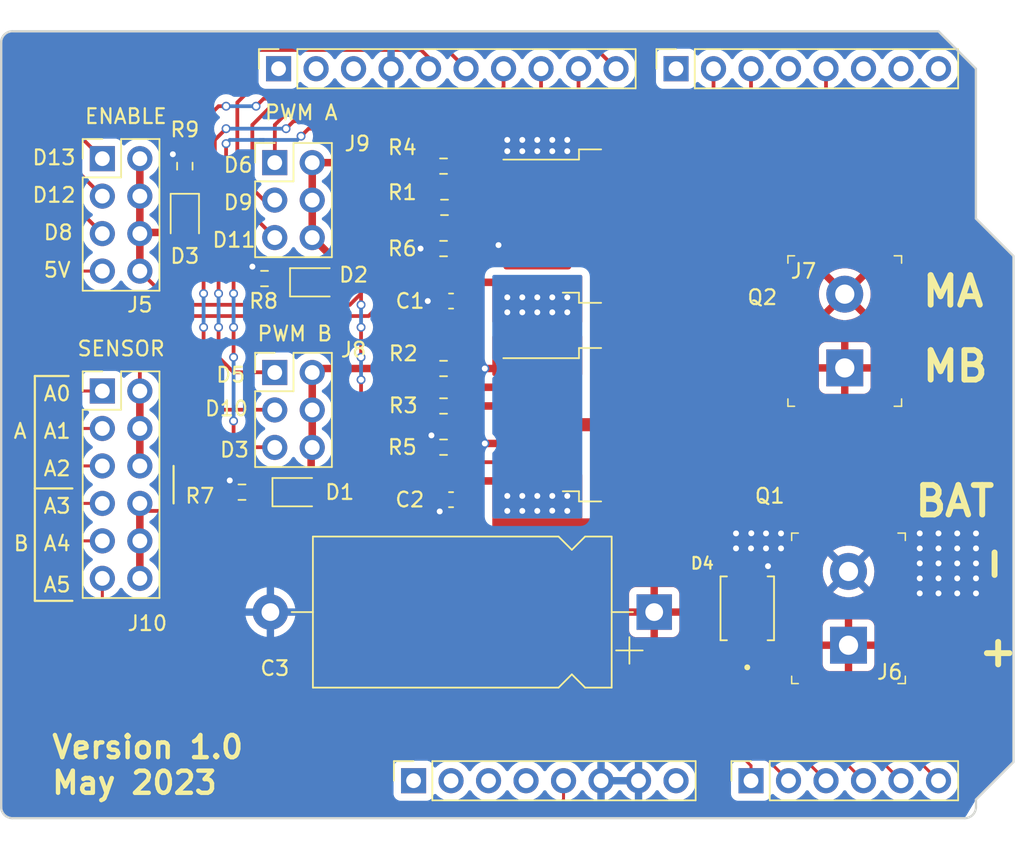
<source format=kicad_pcb>
(kicad_pcb (version 20221018) (generator pcbnew)
  (title_block (date "mar. 31 mars 2015"))
  (layers (0 "F.Cu" signal) (31 "B.Cu" signal) (34 "B.Paste" user) (35 "F.Paste" user) (36 "B.SilkS" user "B.Silkscreen") (37 "F.SilkS" user "F.Silkscreen") (38 "B.Mask" user) (39 "F.Mask" user) (44 "Edge.Cuts" user))
  (net 0 "")
  (net 1 "GND")
  (net 3 "+5V")
  (net 4 "Net-(D1-K)")
  (net 5 "/PWM-B")
  (net 6 "Net-(D2-K)")
  (net 7 "/PWM-A")
  (net 8 "Net-(D3-K)")
  (net 9 "ENABLE")
  (net 17 "D13")
  (net 18 "D12")
  (net 19 "PWM11")
  (net 20 "PWM10")
  (net 21 "PWM9")
  (net 22 "D8")
  (net 23 "A0")
  (net 24 "A1")
  (net 25 "A2")
  (net 26 "A3")
  (net 27 "VCC")
  (net 28 "A4")
  (net 29 "A5")
  (net 31 "PWM6")
  (net 32 "PWM5")
  (net 34 "PWM3")
  (net 38 "CURR-B")
  (net 39 "CURR-A")
  (net 40 "Net-(Q1-IN)")
  (net 41 "Net-(Q1-INH)")
  (net 42 "Net-(Q2-IN)")
  (net 43 "Net-(Q2-INH)")
  (net 44 "OUT_B")
  (net 45 "OUT_A")
  (footprint "Connector_PinSocket_2.54mm:PinSocket_1x08_P2.54mm_Vertical" (layer "F.Cu") (at 127.94 97.46 90)
    (fp_text reference "J1" hide)
    (fp_text value "Power")
  )
  (footprint "Connector_PinSocket_2.54mm:PinSocket_1x06_P2.54mm_Vertical" (layer "F.Cu") (at 150.8 97.46 90)
    (fp_text reference "J3" hide)
    (fp_text value "Analog")
  )
  (footprint "Connector_PinSocket_2.54mm:PinSocket_1x10_P2.54mm_Vertical" (layer "F.Cu") (at 118.796 49.2 90)
    (fp_text reference "J2" hide)
    (fp_text value "Digital/PWM")
  )
  (footprint "Connector_PinSocket_2.54mm:PinSocket_1x08_P2.54mm_Vertical" (layer "F.Cu") (at 145.72 49.2 90)
    (fp_text reference "J4" hide)
    (fp_text value "Digital/PWM")
  )
  (footprint "Resistor_SMD:R_0603_1608Metric" (layer "F.Cu") (at 129.972 55.804)
    (fp_text reference "R4")
    (fp_text value "10k")
  )
  (footprint "LED_SMD:LED_0805_2012Metric" (layer "F.Cu") (at 121.2575 63.678)
    (fp_text reference "D2")
    (fp_text value "LED")
  )
  (footprint "digikey-footprints:Term_Block_1x2_P5mm" (layer "F.Cu") (at 157.15 69.48 90)
    (fp_text reference "J7")
    (fp_text value "MegaMoto_Motor")
  )
  (footprint "Connector_PinHeader_2.54mm:PinHeader_2x03_P2.54mm_Vertical" (layer "F.Cu") (at 118.537 69.789)
    (fp_text reference "J8")
    (fp_text value "PWMB")
  )
  (footprint "Connector_PinHeader_2.54mm:PinHeader_2x04_P2.54mm_Vertical" (layer "F.Cu") (at 106.858 55.296)
    (fp_text reference "J5")
    (fp_text value "ENABLE")
  )
  (footprint "Resistor_SMD:R_0603_1608Metric" (layer "F.Cu") (at 117.843 63.424 180)
    (fp_text reference "R8")
    (fp_text value "634")
  )
  (footprint "Capacitor_SMD:C_0603_1608Metric" (layer "F.Cu") (at 130.48 64.948 180)
    (fp_text reference "C1")
    (fp_text value "1.0uF 25V")
  )
  (footprint "Resistor_SMD:R_0603_1608Metric" (layer "F.Cu") (at 112.446 55.804 90)
    (fp_text reference "R9")
    (fp_text value "634")
  )
  (footprint "Resistor_SMD:R_0603_1608Metric" (layer "F.Cu") (at 130.035 58.598)
    (fp_text reference "R1")
    (fp_text value "10k")
  )
  (footprint "Connector_PinHeader_2.54mm:PinHeader_2x06_P2.54mm_Vertical" (layer "F.Cu") (at 106.858 71.044)
    (fp_text reference "J10")
    (fp_text value "SENSOR")
  )
  (footprint "Diode_SMBJ30A:DIOM4336X265N" (layer "F.Cu") (at 150.546 85.776 90)
    (fp_text reference "D4")
    (fp_text value "SMBJ30A")
  )
  (footprint "Resistor_SMD:R_0603_1608Metric" (layer "F.Cu") (at 129.972 61.392 180)
    (fp_text reference "R6")
    (fp_text value "634")
  )
  (footprint "Capacitor_THT:CP_Axial_L20.0mm_D10.0mm_P26.00mm_Horizontal" (layer "F.Cu") (at 144.242 86.03 180)
    (fp_text reference "C3")
    (fp_text value "470uF 35V axial")
  )
  (footprint "Resistor_SMD:R_0603_1608Metric" (layer "F.Cu") (at 116.319 77.902 180)
    (fp_text reference "R7")
    (fp_text value "634")
  )
  (footprint "Capacitor_SMD:C_0603_1608Metric" (layer "F.Cu") (at 130.48 78.41 180)
    (fp_text reference "C2")
    (fp_text value "1.0uF 25V")
  )
  (footprint "Package_TO_SOT_SMD:TO-263-7_TabPin8" (layer "F.Cu") (at 143.972 73.33)
    (fp_text reference "Q1")
    (fp_text value "BTN8982TA")
  )
  (footprint "Connector_PinHeader_2.54mm:PinHeader_2x03_P2.54mm_Vertical" (layer "F.Cu") (at 118.537 55.565)
    (fp_text reference "J9")
    (fp_text value "PWMA")
  )
  (footprint "Resistor_SMD:R_0603_1608Metric" (layer "F.Cu") (at 129.972 74.854 180)
    (fp_text reference "R5")
    (fp_text value "634")
  )
  (footprint "LED_SMD:LED_0805_2012Metric" (layer "F.Cu") (at 112.446 59.36 -90)
    (fp_text reference "D3")
    (fp_text value "LED")
  )
  (footprint "Resistor_SMD:R_0603_1608Metric" (layer "F.Cu") (at 129.972 69.52)
    (fp_text reference "R2")
    (fp_text value "10k")
  )
  (footprint "Package_TO_SOT_SMD:TO-263-7_TabPin8" (layer "F.Cu") (at 143.972 59.868)
    (fp_text reference "Q2")
    (fp_text value "BTN8982TA")
  )
  (footprint "digikey-footprints:Term_Block_1x2_P5mm" (layer "F.Cu") (at 157.404 88.276 90)
    (fp_text reference "J6")
    (fp_text value "MegaMoto_PowerSupply")
  )
  (footprint "LED_SMD:LED_0805_2012Metric" (layer "F.Cu") (at 120.066 77.902)
    (fp_text reference "D1")
    (fp_text value "LED")
  )
  (footprint "Resistor_SMD:R_0603_1608Metric" (layer "F.Cu") (at 129.972 72.06)
    (fp_text reference "R3")
    (fp_text value "10k")
  )
  (gr_line (start 102.286 85.268) (end 104.826 85.268) (stroke (width 0.15)) (layer "F.SilkS"))
  (gr_line (start 102.286 70.028) (end 102.286 77.648) (stroke (width 0.15)) (layer "F.SilkS"))
  (gr_line (start 102.286 77.648) (end 102.286 85.268) (stroke (width 0.15)) (layer "F.SilkS"))
  (gr_line (start 104.572 70.028) (end 102.286 70.028) (stroke (width 0.15)) (layer "F.SilkS"))
  (gr_line (start 102.286 77.648) (end 104.826 77.648) (stroke (width 0.15)) (layer "F.SilkS"))
  (gr_line (start 111.684 76.124) (end 111.684 78.664) (stroke (width 0.15)) (layer "F.SilkS"))
  (gr_line (start 166.04 59.36) (end 168.58 61.9) (stroke (width 0.15)) (layer "Edge.Cuts"))
  (gr_line (start 100 99.238) (end 100 47.422) (stroke (width 0.15)) (layer "Edge.Cuts"))
  (gr_line (start 168.58 61.9) (end 168.58 96.19) (stroke (width 0.15)) (layer "Edge.Cuts"))
  (gr_line (start 165.278 100) (end 100.762 100) (stroke (width 0.15)) (layer "Edge.Cuts"))
  (gr_line (start 100.762 46.66) (end 163.5 46.66) (stroke (width 0.15)) (layer "Edge.Cuts"))
  (gr_arc (start 100.762 100) (mid 100.223185 99.776815) (end 100 99.238) (stroke (width 0.15)) (layer "Edge.Cuts"))
  (gr_line (start 168.58 96.19) (end 166.04 98.73) (stroke (width 0.15)) (layer "Edge.Cuts"))
  (gr_line (start 163.5 46.66) (end 166.04 49.2) (stroke (width 0.15)) (layer "Edge.Cuts"))
  (gr_arc (start 166.04 99.238) (mid 165.816815 99.776815) (end 165.278 100) (stroke (width 0.15)) (layer "Edge.Cuts"))
  (gr_line (start 166.04 49.2) (end 166.04 59.36) (stroke (width 0.15)) (layer "Edge.Cuts"))
  (gr_line (start 166.04 98.73) (end 166.04 99.238) (stroke (width 0.15)) (layer "Edge.Cuts"))
  (gr_arc (start 100 47.422) (mid 100.223185 46.883185) (end 100.762 46.66) (stroke (width 0.15)) (layer "Edge.Cuts"))
  (gr_text "MB" (at 162.23 70.536) (layer "F.SilkS") (effects (font (size 2 2) (thickness 0.4) bold) (justify left bottom)))
  (gr_text "B" (at 100.762 81.966) (layer "F.SilkS") (effects (font (size 1 1)) (justify left bottom)))
  (gr_text "A4" (at 102.794 81.966) (layer "F.SilkS") (effects (font (size 1 1)) (justify left bottom)))
  (gr_text "MA" (at 162.23 65.456) (layer "F.SilkS") (effects (font (size 2 2) (thickness 0.4) bold) (justify left bottom)))
  (gr_text "PWM A" (at 117.78 52.756) (layer "F.SilkS") (effects (font (size 1 1)) (justify left bottom)))
  (gr_text "5V" (at 102.794 63.424) (layer "F.SilkS") (effects (font (size 1 1)) (justify left bottom)))
  (gr_text "+" (at 166.04 89.84) (layer "F.SilkS") (effects (font (size 2 2) (thickness 0.4) bold) (justify left bottom)))
  (gr_text "D3" (at 114.732 75.616) (layer "F.SilkS") (effects (font (size 1 1)) (justify left bottom)))
  (gr_text "D5" (at 114.478 70.536) (layer "F.SilkS") (effects (font (size 1 1)) (justify left bottom)))
  (gr_text "A3" (at 102.794 79.426) (layer "F.SilkS") (effects (font (size 1 1)) (justify left bottom)))
  (gr_text "D13" (at 102.032 55.804) (layer "F.SilkS") (effects (font (size 1 1)) (justify left bottom)))
  (gr_text "D11" (at 114.224 61.392) (layer "F.SilkS") (effects (font (size 1 1)) (justify left bottom)))
  (gr_text "D6" (at 114.986 56.312) (layer "F.SilkS") (effects (font (size 1 1)) (justify left bottom)))
  (gr_text "SENSOR" (at 105.08 68.758) (layer "F.SilkS") (effects (font (size 1 1)) (justify left bottom)))
  (gr_text "D8" (at 102.794 60.884) (layer "F.SilkS") (effects (font (size 1 1)) (justify left bottom)))
  (gr_text "D9" (at 114.986 58.852) (layer "F.SilkS") (effects (font (size 1 1)) (justify left bottom)))
  (gr_text "A" (at 100.762 74.346) (layer "F.SilkS") (effects (font (size 1 1)) (justify left bottom)))
  (gr_text "A0" (at 102.794 71.806) (layer "F.SilkS") (effects (font (size 1 1)) (justify left bottom)))
  (gr_text "A5" (at 102.794 84.76) (layer "F.SilkS") (effects (font (size 1 1)) (justify left bottom)))
  (gr_text "PWM B" (at 117.272 67.742) (layer "F.SilkS") (effects (font (size 1 1)) (justify left bottom)))
  (gr_text "Version 1.0\nMay 2023" (at 103.302 98.476) (layer "F.SilkS") (effects (font (size 1.5 1.5) (thickness 0.3) bold) (justify left bottom)))
  (gr_text "BAT" (at 161.722 79.68) (layer "F.SilkS") (effects (font (size 2 2) (thickness 0.4) bold) (justify left bottom)))
  (gr_text "D10" (at 113.716 72.822) (layer "F.SilkS") (effects (font (size 1 1)) (justify left bottom)))
  (gr_text "ENABLE" (at 105.588 53.01) (layer "F.SilkS") (effects (font (size 1 1)) (justify left bottom)))
  (gr_text "A2" (at 102.794 76.886) (layer "F.SilkS") (effects (font (size 1 1)) (justify left bottom)))
  (gr_text "A1" (at 102.794 74.346) (layer "F.SilkS") (effects (font (size 1 1)) (justify left bottom)))
  (gr_text "-" (at 168.326 84.252 90) (layer "F.SilkS") (effects (font (size 2 2) (thickness 0.4) bold) (justify left bottom)))
  (gr_text "D12" (at 102.032 58.344) (layer "F.SilkS") (effects (font (size 1 1)) (justify left bottom)))
  (segment (start 129.150725 74.850275) (end 129.150725 74.052483) (width 0.508) (layer "F.Cu") (net 1))
  (segment (start 115.494 77.112152) (end 115.488713 77.106865) (width 0.508) (layer "F.Cu") (net 1))
  (segment (start 129.705 78.41) (end 129.705 79.201053) (width 0.508) (layer "F.Cu") (net 1))
  (segment (start 115.494 77.902) (end 115.494 77.112152) (width 0.508) (layer "F.Cu") (net 1))
  (segment (start 151.95081 82.917486) (end 151.239514 82.917486) (width 0.508) (layer "F.Cu") (net 1))
  (segment (start 129.146338 61.391338) (end 129.147 61.392) (width 0.508) (layer "F.Cu") (net 1))
  (segment (start 136.322 61.138) (end 133.711537 61.138) (width 0.508) (layer "F.Cu") (net 1))
  (segment (start 129.705 64.948) (end 128.905068 64.948) (width 0.508) (layer "F.Cu") (net 1))
  (segment (start 117.018 63.424) (end 117.018 62.617863) (width 0.508) (layer "F.Cu") (net 1))
  (segment (start 117.018 62.617863) (end 117.021951 62.613912) (width 0.508) (layer "F.Cu") (net 1))
  (segment (start 112.446 54.979) (end 111.651598 54.979) (width 0.508) (layer "F.Cu") (net 1))
  (segment (start 129.147 74.854) (end 129.150725 74.850275) (width 0.508) (layer "F.Cu") (net 1))
  (segment (start 111.651598 54.979) (end 111.634256 54.996342) (width 0.508) (layer "F.Cu") (net 1))
  (segment (start 129.705 79.201053) (end 129.711511 79.207564) (width 0.508) (layer "F.Cu") (net 1))
  (segment (start 136.322 69.52) (end 132.766 69.52) (width 0.508) (layer "F.Cu") (net 1))
  (segment (start 136.322 74.6) (end 132.766 74.6) (width 0.508) (layer "F.Cu") (net 1))
  (segment (start 128.905068 64.948) (end 128.903311 64.946243) (width 0.508) (layer "F.Cu") (net 1))
  (segment (start 128.413968 61.391338) (end 129.146338 61.391338) (width 0.508) (layer "F.Cu") (net 1))
  (segment (start 133.711537 61.138) (end 133.694636 61.154901) (width 0.508) (layer "F.Cu") (net 1))
  (segment (start 151.239514 82.917486) (end 150.546 83.611) (width 0.508) (layer "F.Cu") (net 1))
  (via (at 136.322 54.026) (size 0.6) (drill 0.4) (layers "F.Cu" "B.Cu") (net 1))
  (via (at 166.04 83.744) (size 0.6) (drill 0.4) (layers "F.Cu" "B.Cu") (net 1))
  (via (at 135.306 54.026) (size 0.6) (drill 0.4) (layers "F.Cu" "B.Cu") (net 1))
  (via (at 138.354 54.026) (size 0.6) (drill 0.4) (layers "F.Cu" "B.Cu") (net 1))
  (via (at 133.694636 61.154901) (size 0.6) (drill 0.4) (layers "F.Cu" "B.Cu") (net 1))
  (via (at 135.306 54.788) (size 0.6) (drill 0.4) (layers "F.Cu" "B.Cu") (net 1))
  (via (at 164.77 81.712) (size 0.6) (drill 0.4) (layers "F.Cu" "B.Cu") (net 1))
  (via (at 166.04 84.76) (size 0.6) (drill 0.4) (layers "F.Cu" "B.Cu") (net 1))
  (via (at 134.29 54.026) (size 0.6) (drill 0.4) (layers "F.Cu" "B.Cu") (net 1))
  (via (at 162.23 84.76) (size 0.6) (drill 0.4) (layers "F.Cu" "B.Cu") (net 1))
  (via (at 151.816 81.712) (size 0.6) (drill 0.4) (layers "F.Cu" "B.Cu") (net 1))
  (via (at 115.488713 77.106865) (size 0.6) (drill 0.4) (layers "F.Cu" "B.Cu") (net 1))
  (via (at 164.77 83.744) (size 0.6) (drill 0.4) (layers "F.Cu" "B.Cu") (net 1))
  (via (at 151.816 80.696) (size 0.6) (drill 0.4) (layers "F.Cu" "B.Cu") (net 1))
  (via (at 134.29 54.788) (size 0.6) (drill 0.4) (layers "F.Cu" "B.Cu") (net 1))
  (via (at 149.784 81.712) (size 0.6) (drill 0.4) (layers "F.Cu" "B.Cu") (net 1))
  (via (at 166.04 81.712) (size 0.6) (drill 0.4) (layers "F.Cu" "B.Cu") (net 1))
  (via (at 128.903311 64.946243) (size 0.6) (drill 0.4) (layers "F.Cu" "B.Cu") (net 1))
  (via (at 129.711511 79.207564) (size 0.6) (drill 0.4) (layers "F.Cu" "B.Cu") (net 1))
  (via (at 162.23 80.696) (size 0.6) (drill 0.4) (layers "F.Cu" "B.Cu") (net 1))
  (via (at 152.832 81.712) (size 0.6) (drill 0.4) (layers "F.Cu" "B.Cu") (net 1))
  (via (at 163.5 81.712) (size 0.6) (drill 0.4) (layers "F.Cu" "B.Cu") (net 1))
  (via (at 132.766 69.52) (size 0.6) (drill 0.4) (layers "F.Cu" "B.Cu") (net 1))
  (via (at 151.95081 82.917486) (size 0.6) (drill 0.4) (layers "F.Cu" "B.Cu") (net 1))
  (via (at 150.819465 80.687468) (size 0.6) (drill 0.4) (layers "F.Cu" "B.Cu") (net 1))
  (via (at 164.77 82.728) (size 0.6) (drill 0.4) (layers "F.Cu" "B.Cu") (net 1))
  (via (at 166.04 82.728) (size 0.6) (drill 0.4) (layers "F.Cu" "B.Cu") (net 1))
  (via (at 163.5 80.696) (size 0.6) (drill 0.4) (layers "F.Cu" "B.Cu") (net 1))
  (via (at 162.23 82.728) (size 0.6) (drill 0.4) (layers "F.Cu" "B.Cu") (net 1))
  (via (at 128.413968 61.391338) (size 0.6) (drill 0.4) (layers "F.Cu" "B.Cu") (net 1))
  (via (at 149.784 80.696) (size 0.6) (drill 0.4) (layers "F.Cu" "B.Cu") (net 1))
  (via (at 117.021951 62.613912) (size 0.6) (drill 0.4) (layers "F.Cu" "B.Cu") (net 1))
  (via (at 138.354 54.788) (size 0.6) (drill 0.4) (layers "F.Cu" "B.Cu") (net 1))
  (via (at 162.23 81.712) (size 0.6) (drill 0.4) (layers "F.Cu" "B.Cu") (net 1))
  (via (at 150.8 81.712) (size 0.6) (drill 0.4) (layers "F.Cu" "B.Cu") (net 1))
  (via (at 162.23 83.744) (size 0.6) (drill 0.4) (layers "F.Cu" "B.Cu") (net 1))
  (via (at 163.5 82.728) (size 0.6) (drill 0.4) (layers "F.Cu" "B.Cu") (net 1))
  (via (at 111.634256 54.996342) (size 0.6) (drill 0.4) (layers "F.Cu" "B.Cu") (net 1))
  (via (at 132.766 74.6) (size 0.6) (drill 0.4) (layers "F.Cu" "B.Cu") (net 1))
  (via (at 163.5 83.744) (size 0.6) (drill 0.4) (layers "F.Cu" "B.Cu") (net 1))
  (via (at 166.04 80.696) (size 0.6) (drill 0.4) (layers "F.Cu" "B.Cu") (net 1))
  (via (at 136.322 54.788) (size 0.6) (drill 0.4) (layers "F.Cu" "B.Cu") (net 1))
  (via (at 137.338 54.788) (size 0.6) (drill 0.4) (layers "F.Cu" "B.Cu") (net 1))
  (via (at 164.77 80.696) (size 0.6) (drill 0.4) (layers "F.Cu" "B.Cu") (net 1))
  (via (at 137.338 54.026) (size 0.6) (drill 0.4) (layers "F.Cu" "B.Cu") (net 1))
  (via (at 164.77 84.76) (size 0.6) (drill 0.4) (layers "F.Cu" "B.Cu") (net 1))
  (via (at 152.832 80.696) (size 0.6) (drill 0.4) (layers "F.Cu" "B.Cu") (net 1))
  (via (at 129.150725 74.052483) (size 0.6) (drill 0.4) (layers "F.Cu" "B.Cu") (net 1))
  (via (at 163.5 84.76) (size 0.6) (drill 0.4) (layers "F.Cu" "B.Cu") (net 1))
  (segment (start 101.27 64.694) (end 103.048 62.916) (width 0.2032) (layer "F.Cu") (net 3))
  (segment (start 103.048 62.916) (end 106.858 62.916) (width 0.2032) (layer "F.Cu") (net 3))
  (segment (start 137.592 99.238) (end 102.54 99.238) (width 0.2032) (layer "F.Cu") (net 3))
  (segment (start 102.54 99.238) (end 101.27 97.968) (width 0.2032) (layer "F.Cu") (net 3))
  (segment (start 101.27 97.968) (end 101.27 64.694) (width 0.2032) (layer "F.Cu") (net 3))
  (segment (start 138.1 97.46) (end 138.1 98.73) (width 0.2032) (layer "F.Cu") (net 3))
  (segment (start 138.1 98.73) (end 137.592 99.238) (width 0.2032) (layer "F.Cu") (net 3))
  (segment (start 119.1285 77.902) (end 117.144 77.902) (width 0.508) (layer "F.Cu") (net 4))
  (segment (start 121.346 69.52) (end 121.077 69.789) (width 0.508) (layer "F.Cu") (net 5))
  (segment (start 121.077 74.869) (end 121.077 72.329) (width 0.508) (layer "F.Cu") (net 5))
  (segment (start 121.077 69.789) (end 121.077 72.329) (width 0.508) (layer "F.Cu") (net 5))
  (segment (start 121.0035 74.9425) (end 121.077 74.869) (width 0.508) (layer "F.Cu") (net 5))
  (segment (start 121.0035 77.902) (end 121.0035 74.9425) (width 0.508) (layer "F.Cu") (net 5))
  (segment (start 129.147 69.52) (end 121.346 69.52) (width 0.508) (layer "F.Cu") (net 5))
  (segment (start 120.066 63.424) (end 120.32 63.678) (width 0.508) (layer "F.Cu") (net 6))
  (segment (start 118.668 63.424) (end 120.066 63.424) (width 0.508) (layer "F.Cu") (net 6))
  (segment (start 121.097 60.645) (end 122.195 61.743) (width 0.508) (layer "F.Cu") (net 7))
  (segment (start 120.828 60.894) (end 121.077 60.645) (width 0.508) (layer "F.Cu") (net 7))
  (segment (start 121.077 55.565) (end 121.077 58.105) (width 0.508) (layer "F.Cu") (net 7))
  (segment (start 121.077 60.645) (end 121.097 60.645) (width 0.508) (layer "F.Cu") (net 7))
  (segment (start 121.077 55.565) (end 128.908 55.565) (width 0.508) (layer "F.Cu") (net 7))
  (segment (start 121.077 60.645) (end 121.077 58.105) (width 0.508) (layer "F.Cu") (net 7))
  (segment (start 128.908 55.565) (end 129.147 55.804) (width 0.508) (layer "F.Cu") (net 7))
  (segment (start 122.195 61.743) (end 122.195 63.678) (width 0.508) (layer "F.Cu") (net 7))
  (segment (start 112.446 58.4225) (end 112.446 56.629) (width 0.508) (layer "F.Cu") (net 8))
  (segment (start 125.146 72.06) (end 124.384 71.298) (width 0.254) (layer "F.Cu") (net 9))
  (segment (start 123.622 65.202) (end 124.384 64.44) (width 0.254) (layer "F.Cu") (net 9))
  (segment (start 124.384 65.202) (end 124.384 64.44) (width 0.254) (layer "F.Cu") (net 9))
  (segment (start 109.398 62.916) (end 109.398 60.376) (width 0.508) (layer "F.Cu") (net 9))
  (segment (start 124.384 60.63) (end 126.416 58.598) (width 0.254) (layer "F.Cu") (net 9))
  (segment (start 129.147 72.06) (end 125.146 72.06) (width 0.254) (layer "F.Cu") (net 9))
  (segment (start 112.446 60.2975) (end 109.4765 60.2975) (width 0.508) (layer "F.Cu") (net 9))
  (segment (start 109.4765 60.2975) (end 109.398 60.376) (width 0.508) (layer "F.Cu") (net 9))
  (segment (start 126.416 58.598) (end 129.21 58.598) (width 0.254) (layer "F.Cu") (net 9))
  (segment (start 124.384 68.758) (end 124.384 66.726) (width 0.254) (layer "F.Cu") (net 9))
  (segment (start 109.398 62.916) (end 111.684 65.202) (width 0.254) (layer "F.Cu") (net 9))
  (segment (start 111.684 65.202) (end 123.622 65.202) (width 0.254) (layer "F.Cu") (net 9))
  (segment (start 124.384 71.298) (end 124.384 70.282) (width 0.254) (layer "F.Cu") (net 9))
  (segment (start 124.384 64.44) (end 124.384 60.63) (width 0.254) (layer "F.Cu") (net 9))
  (segment (start 109.398 55.296) (end 109.398 57.836) (width 0.508) (layer "F.Cu") (net 9))
  (segment (start 109.398 60.376) (end 109.398 57.836) (width 0.508) (layer "F.Cu") (net 9))
  (via (at 124.384 70.282) (size 0.6) (drill 0.4) (layers "F.Cu" "B.Cu") (net 9))
  (via (at 124.384 66.726) (size 0.6) (drill 0.4) (layers "F.Cu" "B.Cu") (net 9))
  (via (at 124.384 65.202) (size 0.6) (drill 0.4) (layers "F.Cu" "B.Cu") (net 9))
  (via (at 124.384 68.758) (size 0.6) (drill 0.4) (layers "F.Cu" "B.Cu") (net 9))
  (segment (start 124.384 66.726) (end 124.384 65.202) (width 0.254) (layer "B.Cu") (net 9))
  (segment (start 124.384 70.282) (end 124.384 68.758) (width 0.254) (layer "B.Cu") (net 9))
  (segment (start 104.572 53.01) (end 106.858 55.296) (width 0.254) (layer "F.Cu") (net 17))
  (segment (start 106.858 47.93) (end 104.572 50.216) (width 0.254) (layer "F.Cu") (net 17))
  (segment (start 128.956 49.2) (end 128.956 48.438) (width 0.254) (layer "F.Cu") (net 17))
  (segment (start 128.448 47.93) (end 106.858 47.93) (width 0.254) (layer "F.Cu") (net 17))
  (segment (start 104.572 50.216) (end 104.572 53.01) (width 0.254) (layer "F.Cu") (net 17))
  (segment (start 128.956 48.438) (end 128.448 47.93) (width 0.254) (layer "F.Cu") (net 17))
  (segment (start 103.81 49.708) (end 103.81 54.788) (width 0.254) (layer "F.Cu") (net 18))
  (segment (start 129.718 47.422) (end 106.096 47.422) (width 0.254) (layer "F.Cu") (net 18))
  (segment (start 131.496 49.2) (end 129.718 47.422) (width 0.254) (layer "F.Cu") (net 18))
  (segment (start 106.096 47.422) (end 103.81 49.708) (width 0.254) (layer "F.Cu") (net 18))
  (segment (start 103.81 54.788) (end 106.858 57.836) (width 0.254) (layer "F.Cu") (net 18))
  (segment (start 133.782 50.724) (end 116.764 50.724) (width 0.254) (layer "F.Cu") (net 19))
  (segment (start 116.002 51.486) (end 116.002 58.11) (width 0.254) (layer "F.Cu") (net 19))
  (segment (start 134.036 50.47) (end 133.782 50.724) (width 0.254) (layer "F.Cu") (net 19))
  (segment (start 116.002 58.11) (end 118.537 60.645) (width 0.254) (layer "F.Cu") (net 19))
  (segment (start 116.764 50.724) (end 116.002 51.486) (width 0.254) (layer "F.Cu") (net 19))
  (segment (start 134.036 49.2) (end 134.036 50.47) (width 0.254) (layer "F.Cu") (net 19))
  (segment (start 113.716 66.726) (end 113.716 71.806) (width 0.254) (layer "F.Cu") (net 20))
  (segment (start 128.194 51.232) (end 117.78 51.232) (width 0.254) (layer "F.Cu") (net 20))
  (segment (start 113.716 52.756) (end 114.732 51.74) (width 0.254) (layer "F.Cu") (net 20))
  (segment (start 114.732 51.74) (end 115.24 51.74) (width 0.254) (layer "F.Cu") (net 20))
  (segment (start 136.576 49.2) (end 136.576 50.724) (width 0.254) (layer "F.Cu") (net 20))
  (segment (start 114.224 72.314) (end 118.522 72.314) (width 0.254) (layer "F.Cu") (net 20))
  (segment (start 113.716 64.44) (end 113.716 52.756) (width 0.254) (layer "F.Cu") (net 20))
  (segment (start 117.78 51.232) (end 117.272 51.74) (width 0.254) (layer "F.Cu") (net 20))
  (segment (start 136.576 50.724) (end 136.068 51.232) (width 0.254) (layer "F.Cu") (net 20))
  (segment (start 136.068 51.232) (end 128.194 51.232) (width 0.254) (layer "F.Cu") (net 20))
  (segment (start 113.716 71.806) (end 114.224 72.314) (width 0.254) (layer "F.Cu") (net 20))
  (segment (start 118.522 72.314) (end 118.537 72.329) (width 0.254) (layer "F.Cu") (net 20))
  (via (at 115.24 51.74) (size 0.6) (drill 0.4) (layers "F.Cu" "B.Cu") (net 20))
  (via (at 117.272 51.74) (size 0.6) (drill 0.4) (layers "F.Cu" "B.Cu") (net 20))
  (via (at 113.716 64.44) (size 0.6) (drill 0.4) (layers "F.Cu" "B.Cu") (net 20))
  (via (at 113.716 66.726) (size 0.6) (drill 0.4) (layers "F.Cu" "B.Cu") (net 20))
  (segment (start 117.272 51.74) (end 115.24 51.74) (width 0.254) (layer "B.Cu") (net 20))
  (segment (start 113.716 64.44) (end 113.716 66.726) (width 0.254) (layer "B.Cu") (net 20))
  (segment (start 117.795 58.105) (end 118.537 58.105) (width 0.254) (layer "F.Cu") (net 21))
  (segment (start 138.862 51.74) (end 118.288 51.74) (width 0.254) (layer "F.Cu") (net 21))
  (segment (start 117.018 53.01) (end 117.018 57.328) (width 0.254) (layer "F.Cu") (net 21))
  (segment (start 139.116 49.2) (end 139.116 51.486) (width 0.254) (layer "F.Cu") (net 21))
  (segment (start 139.116 51.486) (end 138.862 51.74) (width 0.254) (layer "F.Cu") (net 21))
  (segment (start 117.018 57.328) (end 117.795 58.105) (width 0.254) (layer "F.Cu") (net 21))
  (segment (start 118.288 51.74) (end 117.018 53.01) (width 0.254) (layer "F.Cu") (net 21))
  (segment (start 102.54 49.708) (end 102.54 56.058) (width 0.254) (layer "F.Cu") (net 22))
  (segment (start 141.656 49.2) (end 139.37 46.914) (width 0.254) (layer "F.Cu") (net 22))
  (segment (start 139.37 46.914) (end 105.334 46.914) (width 0.254) (layer "F.Cu") (net 22))
  (segment (start 102.54 56.058) (end 106.858 60.376) (width 0.254) (layer "F.Cu") (net 22))
  (segment (start 105.334 46.914) (end 102.54 49.708) (width 0.254) (layer "F.Cu") (net 22))
  (segment (start 150.8 97.46) (end 150.8 96.444) (width 0.2032) (layer "F.Cu") (net 23))
  (segment (start 106.858 71.044) (end 102.794 71.044) (width 0.2032) (layer "F.Cu") (net 23))
  (segment (start 102.032 93.396) (end 103.81 95.174) (width 0.2032) (layer "F.Cu") (net 23))
  (segment (start 149.53 95.174) (end 103.81 95.174) (width 0.2032) (layer "F.Cu") (net 23))
  (segment (start 102.794 71.044) (end 102.032 71.806) (width 0.2032) (layer "F.Cu") (net 23))
  (segment (start 150.8 96.444) (end 149.53 95.174) (width 0.2032) (layer "F.Cu") (net 23))
  (segment (start 102.032 71.806) (end 102.032 93.396) (width 0.2032) (layer "F.Cu") (net 23))
  (segment (start 103.302 73.584) (end 102.54 74.346) (width 0.2032) (layer "F.Cu") (net 24))
  (segment (start 104.572 94.666) (end 150.546 94.666) (width 0.2032) (layer "F.Cu") (net 24))
  (segment (start 102.54 92.634) (end 104.572 94.666) (width 0.2032) (layer "F.Cu") (net 24))
  (segment (start 150.546 94.666) (end 153.34 97.46) (width 0.2032) (layer "F.Cu") (net 24))
  (segment (start 102.54 74.346) (end 102.54 92.634) (width 0.2032) (layer "F.Cu") (net 24))
  (segment (start 106.858 73.584) (end 103.302 73.584) (width 0.2032) (layer "F.Cu") (net 24))
  (segment (start 106.858 76.124) (end 103.556 76.124) (width 0.2032) (layer "F.Cu") (net 25))
  (segment (start 155.88 97.46) (end 152.578 94.158) (width 0.2032) (layer "F.Cu") (net 25))
  (segment (start 152.578 94.158) (end 105.08 94.158) (width 0.2032) (layer "F.Cu") (net 25))
  (segment (start 103.556 76.124) (end 103.048 76.632) (width 0.2032) (layer "F.Cu") (net 25))
  (segment (start 103.048 92.126) (end 105.08 94.158) (width 0.2032) (layer "F.Cu") (net 25))
  (segment (start 103.048 76.632) (end 103.048 92.126) (width 0.2032) (layer "F.Cu") (net 25))
  (segment (start 104.064 78.664) (end 103.556 79.172) (width 0.2032) (layer "F.Cu") (net 26))
  (segment (start 154.61 93.65) (end 158.42 97.46) (width 0.2032) (layer "F.Cu") (net 26))
  (segment (start 105.334 93.65) (end 154.61 93.65) (width 0.2032) (layer "F.Cu") (net 26))
  (segment (start 103.556 79.172) (end 103.556 91.872) (width 0.2032) (layer "F.Cu") (net 26))
  (segment (start 106.858 78.664) (end 104.064 78.664) (width 0.2032) (layer "F.Cu") (net 26))
  (segment (start 103.556 91.872) (end 105.334 93.65) (width 0.2032) (layer "F.Cu") (net 26))
  (segment (start 132.525 63.678) (end 131.255 64.948) (width 0.508) (layer "F.Cu") (net 27))
  (segment (start 135.306 77.14) (end 132.525 77.14) (width 0.508) (layer "F.Cu") (net 27))
  (segment (start 136.322 63.678) (end 132.525 63.678) (width 0.508) (layer "F.Cu") (net 27))
  (segment (start 136.322 77.14) (end 135.306 77.14) (width 0.508) (layer "F.Cu") (net 27))
  (segment (start 132.525 77.14) (end 131.255 78.41) (width 0.508) (layer "F.Cu") (net 27))
  (via (at 135.306 65.71) (size 0.6) (drill 0.4) (layers "F.Cu" "B.Cu") (net 27))
  (via (at 136.322 65.71) (size 0.6) (drill 0.4) (layers "F.Cu" "B.Cu") (net 27))
  (via (at 138.354 65.71) (size 0.6) (drill 0.4) (layers "F.Cu" "B.Cu") (net 27))
  (via (at 137.338 64.694) (size 0.6) (drill 0.4) (layers "F.Cu" "B.Cu") (net 27))
  (via (at 134.29 64.694) (size 0.6) (drill 0.4) (layers "F.Cu" "B.Cu") (net 27))
  (via (at 138.354 64.694) (size 0.6) (drill 0.4) (layers "F.Cu" "B.Cu") (net 27))
  (via (at 138.354 78.156) (size 0.6) (drill 0.4) (layers "F.Cu" "B.Cu") (net 27))
  (via (at 135.306 78.156) (size 0.6) (drill 0.4) (layers "F.Cu" "B.Cu") (net 27))
  (via (at 134.29 79.172) (size 0.6) (drill 0.4) (layers "F.Cu" "B.Cu") (net 27))
  (via (at 135.306 79.172) (size 0.6) (drill 0.4) (layers "F.Cu" "B.Cu") (net 27))
  (via (at 138.354 79.172) (size 0.6) (drill 0.4) (layers "F.Cu" "B.Cu") (net 27))
  (via (at 137.334395 79.156861) (size 0.6) (drill 0.4) (layers "F.Cu" "B.Cu") (net 27))
  (via (at 134.29 78.156) (size 0.6) (drill 0.4) (layers "F.Cu" "B.Cu") (net 27))
  (via (at 136.322 79.172) (size 0.6) (drill 0.4) (layers "F.Cu" "B.Cu") (net 27))
  (via (at 137.338 78.156) (size 0.6) (drill 0.4) (layers "F.Cu" "B.Cu") (net 27))
  (via (at 134.29 65.71) (size 0.6) (drill 0.4) (layers "F.Cu" "B.Cu") (net 27))
  (via (at 135.306 64.694) (size 0.6) (drill 0.4) (layers "F.Cu" "B.Cu") (net 27))
  (via (at 137.338 65.71) (size 0.6) (drill 0.4) (layers "F.Cu" "B.Cu") (net 27))
  (via (at 136.322 64.694) (size 0.6) (drill 0.4) (layers "F.Cu" "B.Cu") (net 27))
  (via (at 136.322 78.156) (size 0.6) (drill 0.4) (layers "F.Cu" "B.Cu") (net 27))
  (segment (start 106.858 81.204) (end 104.826 81.204) (width 0.2032) (layer "F.Cu") (net 28))
  (segment (start 160.96 97.46) (end 156.642 93.142) (width 0.2032) (layer "F.Cu") (net 28))
  (segment (start 104.064 81.966) (end 104.064 91.364) (width 0.2032) (layer "F.Cu") (net 28))
  (segment (start 104.064 91.364) (end 105.842 93.142) (width 0.2032) (layer "F.Cu") (net 28))
  (segment (start 156.642 93.142) (end 105.842 93.142) (width 0.2032) (layer "F.Cu") (net 28))
  (segment (start 104.826 81.204) (end 104.064 81.966) (width 0.2032) (layer "F.Cu") (net 28))
  (segment (start 163.5 97.46) (end 158.674 92.634) (width 0.2032) (layer "F.Cu") (net 29))
  (segment (start 158.674 92.634) (end 108.128 92.634) (width 0.2032) (layer "F.Cu") (net 29))
  (segment (start 106.858 91.364) (end 108.128 92.634) (width 0.2032) (layer "F.Cu") (net 29))
  (segment (start 106.858 83.744) (end 106.858 91.364) (width 0.2032) (layer "F.Cu") (net 29))
  (segment (start 118.542 53.01) (end 118.542 55.56) (width 0.254) (layer "F.Cu") (net 31))
  (segment (start 118.542 55.56) (end 118.537 55.565) (width 0.254) (layer "F.Cu") (net 31))
  (segment (start 147.498 52.248) (end 119.304 52.248) (width 0.254) (layer "F.Cu") (net 31))
  (segment (start 148.26 51.486) (end 147.498 52.248) (width 0.254) (layer "F.Cu") (net 31))
  (segment (start 148.26 49.2) (end 148.26 51.486) (width 0.254) (layer "F.Cu") (net 31))
  (segment (start 119.304 52.248) (end 118.542 53.01) (width 0.254) (layer "F.Cu") (net 31))
  (segment (start 114.732 64.44) (end 114.732 63.424) (width 0.254) (layer "F.Cu") (net 32))
  (segment (start 114.732 63.424) (end 114.478 63.17) (width 0.254) (layer "F.Cu") (net 32))
  (segment (start 114.478 63.17) (end 114.478 54.026) (width 0.254) (layer "F.Cu") (net 32))
  (segment (start 119.812 52.756) (end 119.304 53.264) (width 0.254) (layer "F.Cu") (net 32))
  (segment (start 150.038 52.756) (end 128.194 52.756) (width 0.254) (layer "F.Cu") (net 32))
  (segment (start 115.748 69.774) (end 118.522 69.774) (width 0.254) (layer "F.Cu") (net 32))
  (segment (start 150.8 49.2) (end 150.8 51.994) (width 0.254) (layer "F.Cu") (net 32))
  (segment (start 150.8 51.994) (end 150.038 52.756) (width 0.254) (layer "F.Cu") (net 32))
  (segment (start 114.478 54.026) (end 115.24 53.264) (width 0.254) (layer "F.Cu") (net 32))
  (segment (start 114.732 66.726) (end 114.732 68.758) (width 0.254) (layer "F.Cu") (net 32))
  (segment (start 128.194 52.756) (end 119.812 52.756) (width 0.254) (layer "F.Cu") (net 32))
  (segment (start 114.732 68.758) (end 115.748 69.774) (width 0.254) (layer "F.Cu") (net 32))
  (segment (start 118.522 69.774) (end 118.537 69.789) (width 0.254) (layer "F.Cu") (net 32))
  (via (at 114.732 66.726) (size 0.6) (drill 0.4) (layers "F.Cu" "B.Cu") (net 32))
  (via (at 115.24 53.264) (size 0.6) (drill 0.4) (layers "F.Cu" "B.Cu") (net 32))
  (via (at 119.304 53.264) (size 0.6) (drill 0.4) (layers "F.Cu" "B.Cu") (net 32))
  (via (at 114.732 64.44) (size 0.6) (drill 0.4) (layers "F.Cu" "B.Cu") (net 32))
  (segment (start 119.304 53.264) (end 115.24 53.264) (width 0.254) (layer "B.Cu") (net 32))
  (segment (start 114.732 64.44) (end 114.732 66.726) (width 0.254) (layer "B.Cu") (net 32))
  (segment (start 155.88 49.2) (end 155.88 52.502) (width 0.254) (layer "F.Cu") (net 34))
  (segment (start 115.24 62.916) (end 115.748 63.424) (width 0.254) (layer "F.Cu") (net 34))
  (segment (start 116.256 74.854) (end 118.522 74.854) (width 0.254) (layer "F.Cu") (net 34))
  (segment (start 155.118 53.264) (end 128.194 53.264) (width 0.254) (layer "F.Cu") (net 34))
  (segment (start 115.748 67.488) (end 115.748 68.758) (width 0.254) (layer "F.Cu") (net 34))
  (segment (start 155.88 52.502) (end 155.118 53.264) (width 0.254) (layer "F.Cu") (net 34))
  (segment (start 115.24 54.28) (end 115.24 62.916) (width 0.254) (layer "F.Cu") (net 34))
  (segment (start 120.828 53.264) (end 120.32 53.772) (width 0.254) (layer "F.Cu") (net 34))
  (segment (start 115.748 74.346) (end 116.256 74.854) (width 0.254) (layer "F.Cu") (net 34))
  (segment (start 128.194 53.264) (end 120.828 53.264) (width 0.254) (layer "F.Cu") (net 34))
  (segment (start 115.748 73.076) (end 115.748 74.346) (width 0.254) (layer "F.Cu") (net 34))
  (segment (start 115.748 63.424) (end 115.748 64.44) (width 0.254) (layer "F.Cu") (net 34))
  (segment (start 118.522 74.854) (end 118.537 74.869) (width 0.254) (layer "F.Cu") (net 34))
  (segment (start 115.748 66.726) (end 115.748 67.488) (width 0.254) (layer "F.Cu") (net 34))
  (via (at 115.748 66.726) (size 0.6) (drill 0.4) (layers "F.Cu" "B.Cu") (net 34))
  (via (at 115.24 54.28) (size 0.6) (drill 0.4) (layers "F.Cu" "B.Cu") (net 34))
  (via (at 115.748 64.44) (size 0.6) (drill 0.4) (layers "F.Cu" "B.Cu") (net 34))
  (via (at 115.748 68.758) (size 0.6) (drill 0.4) (layers "F.Cu" "B.Cu") (net 34))
  (via (at 115.748 73.076) (size 0.6) (drill 0.4) (layers "F.Cu" "B.Cu") (net 34))
  (via (at 120.32 53.772) (size 0.6) (drill 0.4) (layers "F.Cu" "B.Cu") (net 34))
  (segment (start 120.066 54.026) (end 117.78 54.026) (width 0.254) (layer "B.Cu") (net 34))
  (segment (start 115.748 64.44) (end 115.748 66.726) (width 0.254) (layer "B.Cu") (net 34))
  (segment (start 117.78 54.026) (end 117.526 54.026) (width 0.254) (layer "B.Cu") (net 34))
  (segment (start 117.78 54.026) (end 115.494 54.026) (width 0.254) (layer "B.Cu") (net 34))
  (segment (start 120.32 53.772) (end 120.066 54.026) (width 0.254) (layer "B.Cu") (net 34))
  (segment (start 115.494 54.026) (end 115.24 54.28) (width 0.254) (layer "B.Cu") (net 34))
  (segment (start 115.748 68.758) (end 115.748 73.076) (width 0.254) (layer "B.Cu") (net 34))
  (segment (start 124.892 65.964) (end 128.448 62.408) (width 0.254) (layer "F.Cu") (net 38))
  (segment (start 130.797 61.709) (end 131.496 62.408) (width 0.254) (layer "F.Cu") (net 38))
  (segment (start 130.797 61.392) (end 130.797 61.709) (width 0.254) (layer "F.Cu") (net 38))
  (segment (start 109.398 71.044) (end 109.398 69.266) (width 0.254) (layer "F.Cu") (net 38))
  (segment (start 109.398 76.124) (end 109.398 73.584) (width 0.508) (layer "F.Cu") (net 38))
  (segment (start 128.448 62.408) (end 131.496 62.408) (width 0.254) (layer "F.Cu") (net 38))
  (segment (start 112.7 65.964) (end 124.892 65.964) (width 0.254) (layer "F.Cu") (net 38))
  (segment (start 109.398 71.044) (end 109.398 73.584) (width 0.508) (layer "F.Cu") (net 38))
  (segment (start 131.496 62.408) (end 136.322 62.408) (width 0.254) (layer "F.Cu") (net 38))
  (segment (start 109.398 69.266) (end 112.7 65.964) (width 0.254) (layer "F.Cu") (net 38))
  (segment (start 123.876 79.172) (end 109.906 79.172) (width 0.254) (layer "F.Cu") (net 39))
  (segment (start 136.322 75.87) (end 131.242 75.87) (width 0.254) (layer "F.Cu") (net 39))
  (segment (start 109.398 78.664) (end 109.398 81.204) (width 0.508) (layer "F.Cu") (net 39))
  (segment (start 109.398 83.744) (end 109.398 81.204) (width 0.508) (layer "F.Cu") (net 39))
  (segment (start 130.797 74.854) (end 130.797 75.425) (width 0.254) (layer "F.Cu") (net 39))
  (segment (start 131.242 75.87) (end 127.178 75.87) (width 0.254) (layer "F.Cu") (net 39))
  (segment (start 127.178 75.87) (end 123.876 79.172) (width 0.254) (layer "F.Cu") (net 39))
  (segment (start 109.906 79.172) (end 109.398 78.664) (width 0.254) (layer "F.Cu") (net 39))
  (segment (start 130.797 75.425) (end 131.242 75.87) (width 0.254) (layer "F.Cu") (net 39))
  (segment (start 132.067 70.79) (end 130.797 69.52) (width 0.508) (layer "F.Cu") (net 40))
  (segment (start 136.322 70.79) (end 132.067 70.79) (width 0.508) (layer "F.Cu") (net 40))
  (segment (start 136.322 72.06) (end 130.797 72.06) (width 0.508) (layer "F.Cu") (net 41))
  (segment (start 132.321 57.328) (end 130.797 55.804) (width 0.508) (layer "F.Cu") (net 42))
  (segment (start 136.322 57.328) (end 132.321 57.328) (width 0.508) (layer "F.Cu") (net 42))
  (segment (start 136.322 58.598) (end 130.86 58.598) (width 0.508) (layer "F.Cu") (net 43))
  (segment (start 136.322 73.33) (end 145.472 73.33) (width 0.889) (layer "F.Cu") (net 44))
  (segment (start 136.322 59.868) (end 145.472 59.868) (width 0.889) (layer "F.Cu") (net 45))
  (zone (net 45) (net_name "OUT_A") (layer "F.Cu") (priority 1) (connect_pads (clearance 0.508)) (min_thickness 0.25) (fill yes (thermal_gap 0.5) (thermal_bridge_width 0.5))
    (polygon (pts (xy 140.64 66.472) (xy 161.722 66.472) (xy 161.722 54.28) (xy 140.64 54.28)))
  )
  (zone (net 27) (net_name "VCC") (layer "F.Cu") (priority 3) (connect_pads (clearance 0.508)) (min_thickness 0.25) (fill yes (thermal_gap 0.5) (thermal_bridge_width 0.5))
    (polygon (pts (xy 147.498 85.776) (xy 142.672 79.68) (xy 133.274 79.68) (xy 133.274 91.872) (xy 167.31 91.872) (xy 167.31 85.776)))
  )
  (zone (net 1) (net_name "GND") (layer "F.Cu") (priority 8) (connect_pads (clearance 0.508)) (min_thickness 0.25) (fill yes (thermal_gap 0.5) (thermal_bridge_width 0.5))
    (polygon (pts (xy 139.37 56.566) (xy 133.274 56.566) (xy 133.274 53.518) (xy 139.37 53.518)))
  )
  (zone (net 27) (net_name "VCC") (layer "F.Cu") (priority 6) (connect_pads (clearance 0.508)) (min_thickness 0.25) (fill yes (thermal_gap 0.5) (thermal_bridge_width 0.5))
    (polygon (pts (xy 139.37 76.632) (xy 133.274 76.632) (xy 133.274 79.68) (xy 139.37 79.68)))
  )
  (zone (net 27) (net_name "VCC") (layer "F.Cu") (priority 5) (connect_pads (clearance 0.508)) (min_thickness 0.25) (fill yes (thermal_gap 0.5) (thermal_bridge_width 0.5))
    (polygon (pts (xy 139.37 63.17) (xy 133.274 63.17) (xy 133.274 66.472) (xy 139.37 66.472)))
  )
  (zone (net 1) (net_name "GND") (layer "F.Cu") (priority 7) (connect_pads (clearance 0.508)) (min_thickness 0.25) (fill yes (thermal_gap 0.5) (thermal_bridge_width 0.5))
    (polygon (pts (xy 139.37 70.028) (xy 133.274 70.028) (xy 133.274 67.234) (xy 139.37 67.234)))
  )
  (zone (net 1) (net_name "GND") (layer "F.Cu") (priority 4) (connect_pads (clearance 0.508)) (min_thickness 0.25) (fill yes (thermal_gap 0.5) (thermal_bridge_width 0.5))
    (polygon (pts (xy 148.768 85.268) (xy 148.768 80.188) (xy 167.31 80.188) (xy 167.31 85.268)))
  )
  (zone (net 44) (net_name "OUT_B") (layer "F.Cu") (priority 2) (connect_pads (clearance 0.508)) (min_thickness 0.25) (fill yes (thermal_gap 0.5) (thermal_bridge_width 0.5))
    (polygon (pts (xy 140.64 67.234) (xy 161.722 67.234) (xy 161.722 78.918) (xy 140.64 78.918)))
  )
  (zone (net 1) (net_name "GND") (layer "B.Cu") (connect_pads (clearance 0.508)) (min_thickness 0.25) (fill yes (thermal_gap 0.5) (thermal_bridge_width 0.5))
    (polygon (pts (xy 100 46.66) (xy 163.5 46.66) (xy 166.04 49.2) (xy 166.04 59.36) (xy 168.58 61.9) (xy 168.58 96.19) (xy 166.04 98.73) (xy 165.278 100) (xy 100 100)))
  )
  (zone (net 27) (net_name "VCC") (layer "B.Cu") (priority 9) (connect_pads (clearance 0.508)) (min_thickness 0.25) (fill yes (thermal_gap 0.5) (thermal_bridge_width 0.5))
    (polygon (pts (xy 133.274 63.17) (xy 139.37 63.17) (xy 139.37 79.68) (xy 133.274 79.68)))
  )
)
</source>
